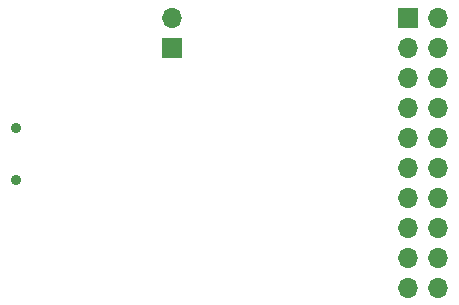
<source format=gbr>
%TF.GenerationSoftware,KiCad,Pcbnew,(6.0.7)*%
%TF.CreationDate,2022-09-02T14:05:42+02:00*%
%TF.ProjectId,blackmagic,626c6163-6b6d-4616-9769-632e6b696361,rev?*%
%TF.SameCoordinates,Original*%
%TF.FileFunction,Soldermask,Bot*%
%TF.FilePolarity,Negative*%
%FSLAX46Y46*%
G04 Gerber Fmt 4.6, Leading zero omitted, Abs format (unit mm)*
G04 Created by KiCad (PCBNEW (6.0.7)) date 2022-09-02 14:05:42*
%MOMM*%
%LPD*%
G01*
G04 APERTURE LIST*
%ADD10O,1.700000X1.700000*%
%ADD11R,1.700000X1.700000*%
%ADD12C,0.900000*%
G04 APERTURE END LIST*
D10*
%TO.C,J3*%
X39200000Y-21985000D03*
D11*
X39200000Y-24525000D03*
%TD*%
D12*
%TO.C,J2*%
X25975000Y-35750000D03*
X25975000Y-31350000D03*
%TD*%
D11*
%TO.C,J1*%
X59175000Y-22000000D03*
D10*
X61715000Y-22000000D03*
X59175000Y-24540000D03*
X61715000Y-24540000D03*
X59175000Y-27080000D03*
X61715000Y-27080000D03*
X59175000Y-29620000D03*
X61715000Y-29620000D03*
X59175000Y-32160000D03*
X61715000Y-32160000D03*
X59175000Y-34700000D03*
X61715000Y-34700000D03*
X59175000Y-37240000D03*
X61715000Y-37240000D03*
X59175000Y-39780000D03*
X61715000Y-39780000D03*
X59175000Y-42320000D03*
X61715000Y-42320000D03*
X59175000Y-44860000D03*
X61715000Y-44860000D03*
%TD*%
M02*

</source>
